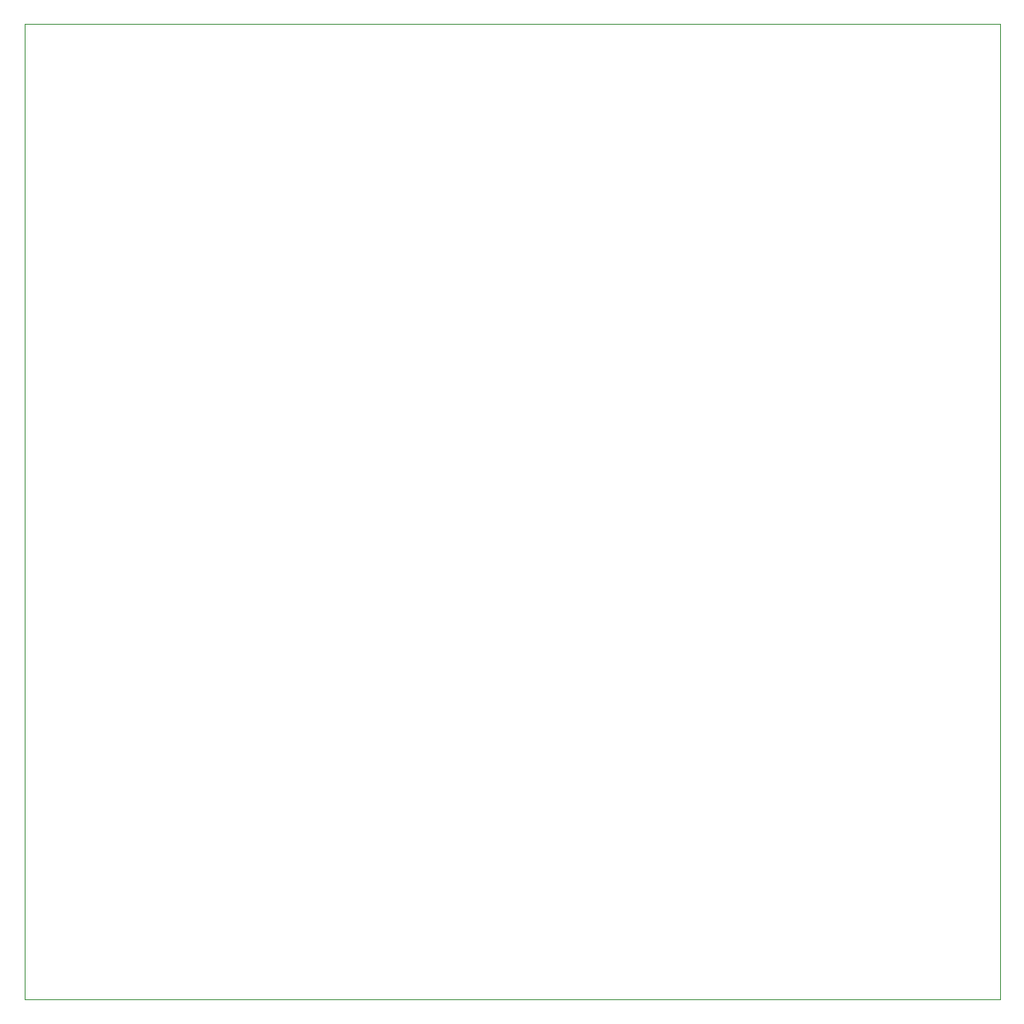
<source format=gbr>
%TF.GenerationSoftware,Altium Limited,Altium Designer,19.1.6 (110)*%
G04 Layer_Color=0*
%FSLAX43Y43*%
%MOMM*%
%TF.FileFunction,Profile,NP*%
%TF.Part,Single*%
G01*
G75*
%TA.AperFunction,Profile*%
%ADD85C,0.025*%
D85*
X0Y0D02*
X100330D01*
Y100330D01*
X0D01*
Y0D01*
%TF.MD5,ec8f65bd9c27ef2dbec41118c016e1c9*%
M02*

</source>
